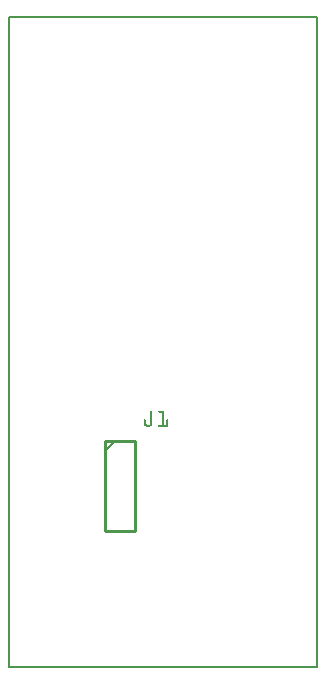
<source format=gto>
G04 MADE WITH FRITZING*
G04 WWW.FRITZING.ORG*
G04 DOUBLE SIDED*
G04 HOLES PLATED*
G04 CONTOUR ON CENTER OF CONTOUR VECTOR*
%ASAXBY*%
%FSLAX23Y23*%
%MOIN*%
%OFA0B0*%
%SFA1.0B1.0*%
%ADD10R,1.034430X2.175570X1.018430X2.159570*%
%ADD11C,0.008000*%
%ADD12C,0.010000*%
%ADD13C,0.005000*%
%ADD14R,0.001000X0.001000*%
%LNSILK1*%
G90*
G70*
G54D11*
X4Y2172D02*
X1030Y2172D01*
X1030Y4D01*
X4Y4D01*
X4Y2172D01*
D02*
G54D12*
X323Y760D02*
X323Y460D01*
D02*
X323Y460D02*
X423Y460D01*
D02*
X423Y460D02*
X423Y760D01*
D02*
X423Y760D02*
X323Y760D01*
G54D13*
D02*
X323Y725D02*
X358Y760D01*
G54D14*
X476Y860D02*
X479Y860D01*
X502Y860D02*
X520Y860D01*
X475Y859D02*
X480Y859D01*
X501Y859D02*
X520Y859D01*
X475Y858D02*
X480Y858D01*
X501Y858D02*
X520Y858D01*
X475Y857D02*
X481Y857D01*
X501Y857D02*
X520Y857D01*
X475Y856D02*
X481Y856D01*
X501Y856D02*
X520Y856D01*
X475Y855D02*
X481Y855D01*
X501Y855D02*
X520Y855D01*
X475Y854D02*
X481Y854D01*
X503Y854D02*
X520Y854D01*
X475Y853D02*
X481Y853D01*
X514Y853D02*
X520Y853D01*
X475Y852D02*
X481Y852D01*
X514Y852D02*
X520Y852D01*
X475Y851D02*
X481Y851D01*
X514Y851D02*
X520Y851D01*
X475Y850D02*
X481Y850D01*
X514Y850D02*
X520Y850D01*
X475Y849D02*
X481Y849D01*
X514Y849D02*
X520Y849D01*
X475Y848D02*
X481Y848D01*
X514Y848D02*
X520Y848D01*
X475Y847D02*
X481Y847D01*
X514Y847D02*
X520Y847D01*
X475Y846D02*
X481Y846D01*
X514Y846D02*
X520Y846D01*
X475Y845D02*
X481Y845D01*
X514Y845D02*
X520Y845D01*
X475Y844D02*
X481Y844D01*
X514Y844D02*
X520Y844D01*
X475Y843D02*
X481Y843D01*
X514Y843D02*
X520Y843D01*
X475Y842D02*
X481Y842D01*
X514Y842D02*
X520Y842D01*
X475Y841D02*
X481Y841D01*
X514Y841D02*
X520Y841D01*
X475Y840D02*
X481Y840D01*
X514Y840D02*
X520Y840D01*
X475Y839D02*
X481Y839D01*
X514Y839D02*
X520Y839D01*
X475Y838D02*
X481Y838D01*
X514Y838D02*
X520Y838D01*
X475Y837D02*
X481Y837D01*
X514Y837D02*
X520Y837D01*
X475Y836D02*
X481Y836D01*
X514Y836D02*
X520Y836D01*
X475Y835D02*
X481Y835D01*
X514Y835D02*
X520Y835D01*
X475Y834D02*
X481Y834D01*
X514Y834D02*
X520Y834D01*
X475Y833D02*
X481Y833D01*
X514Y833D02*
X520Y833D01*
X475Y832D02*
X481Y832D01*
X514Y832D02*
X520Y832D01*
X456Y831D02*
X458Y831D01*
X475Y831D02*
X481Y831D01*
X514Y831D02*
X520Y831D01*
X530Y831D02*
X532Y831D01*
X455Y830D02*
X459Y830D01*
X475Y830D02*
X481Y830D01*
X514Y830D02*
X520Y830D01*
X529Y830D02*
X533Y830D01*
X454Y829D02*
X460Y829D01*
X475Y829D02*
X481Y829D01*
X514Y829D02*
X520Y829D01*
X528Y829D02*
X534Y829D01*
X454Y828D02*
X460Y828D01*
X475Y828D02*
X481Y828D01*
X514Y828D02*
X520Y828D01*
X528Y828D02*
X534Y828D01*
X454Y827D02*
X460Y827D01*
X475Y827D02*
X481Y827D01*
X514Y827D02*
X520Y827D01*
X528Y827D02*
X534Y827D01*
X454Y826D02*
X460Y826D01*
X475Y826D02*
X481Y826D01*
X514Y826D02*
X520Y826D01*
X528Y826D02*
X534Y826D01*
X454Y825D02*
X460Y825D01*
X475Y825D02*
X481Y825D01*
X514Y825D02*
X520Y825D01*
X528Y825D02*
X534Y825D01*
X454Y824D02*
X460Y824D01*
X475Y824D02*
X481Y824D01*
X514Y824D02*
X520Y824D01*
X528Y824D02*
X534Y824D01*
X454Y823D02*
X460Y823D01*
X475Y823D02*
X481Y823D01*
X514Y823D02*
X520Y823D01*
X528Y823D02*
X534Y823D01*
X454Y822D02*
X460Y822D01*
X475Y822D02*
X481Y822D01*
X514Y822D02*
X520Y822D01*
X528Y822D02*
X534Y822D01*
X454Y821D02*
X460Y821D01*
X475Y821D02*
X481Y821D01*
X514Y821D02*
X520Y821D01*
X528Y821D02*
X534Y821D01*
X454Y820D02*
X460Y820D01*
X475Y820D02*
X481Y820D01*
X514Y820D02*
X520Y820D01*
X528Y820D02*
X534Y820D01*
X454Y819D02*
X460Y819D01*
X475Y819D02*
X481Y819D01*
X514Y819D02*
X520Y819D01*
X528Y819D02*
X534Y819D01*
X454Y818D02*
X460Y818D01*
X475Y818D02*
X481Y818D01*
X514Y818D02*
X520Y818D01*
X528Y818D02*
X534Y818D01*
X454Y817D02*
X460Y817D01*
X475Y817D02*
X481Y817D01*
X514Y817D02*
X520Y817D01*
X528Y817D02*
X534Y817D01*
X454Y816D02*
X460Y816D01*
X474Y816D02*
X480Y816D01*
X514Y816D02*
X520Y816D01*
X528Y816D02*
X534Y816D01*
X454Y815D02*
X461Y815D01*
X474Y815D02*
X480Y815D01*
X514Y815D02*
X520Y815D01*
X528Y815D02*
X534Y815D01*
X454Y814D02*
X462Y814D01*
X473Y814D02*
X480Y814D01*
X514Y814D02*
X520Y814D01*
X528Y814D02*
X534Y814D01*
X455Y813D02*
X480Y813D01*
X502Y813D02*
X534Y813D01*
X455Y812D02*
X479Y812D01*
X501Y812D02*
X534Y812D01*
X456Y811D02*
X479Y811D01*
X501Y811D02*
X534Y811D01*
X457Y810D02*
X478Y810D01*
X501Y810D02*
X534Y810D01*
X458Y809D02*
X477Y809D01*
X501Y809D02*
X534Y809D01*
X459Y808D02*
X475Y808D01*
X501Y808D02*
X533Y808D01*
X461Y807D02*
X473Y807D01*
X502Y807D02*
X532Y807D01*
D02*
G04 End of Silk1*
M02*
</source>
